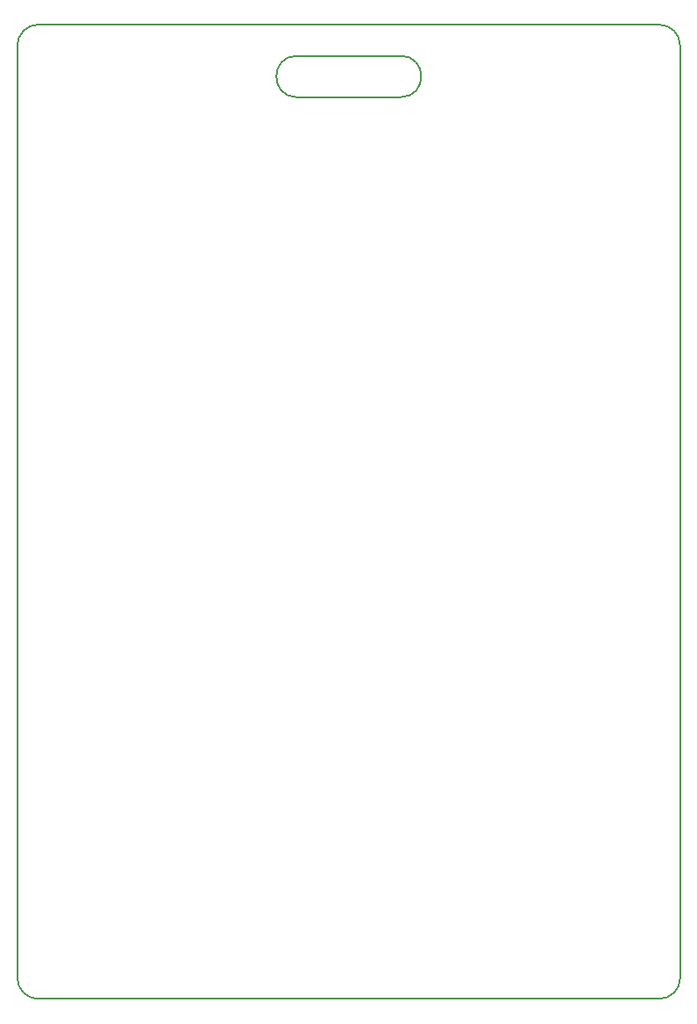
<source format=gm1>
G04 #@! TF.GenerationSoftware,KiCad,Pcbnew,5.1.2*
G04 #@! TF.CreationDate,2019-10-11T22:10:39-04:00*
G04 #@! TF.ProjectId,rochester_makerfaire,726f6368-6573-4746-9572-5f6d616b6572,rev?*
G04 #@! TF.SameCoordinates,Original*
G04 #@! TF.FileFunction,Profile,NP*
%FSLAX46Y46*%
G04 Gerber Fmt 4.6, Leading zero omitted, Abs format (unit mm)*
G04 Created by KiCad (PCBNEW 5.1.2) date 2019-10-11 22:10:39*
%MOMM*%
%LPD*%
G04 APERTURE LIST*
%ADD10C,0.150000*%
G04 APERTURE END LIST*
D10*
X87000000Y-51000000D02*
G75*
G02X87000000Y-55000000I0J-2000000D01*
G01*
X77000000Y-51000000D02*
X87000000Y-51000000D01*
X87000000Y-55000000D02*
X77000000Y-55000000D01*
X77000000Y-55000000D02*
G75*
G02X77000000Y-51000000I0J2000000D01*
G01*
X52000000Y-48000000D02*
X112000000Y-48000000D01*
X112000000Y-48000000D02*
G75*
G02X114000000Y-50000000I0J-2000000D01*
G01*
X50000000Y-50000000D02*
G75*
G02X52000000Y-48000000I2000000J0D01*
G01*
X114000000Y-50000000D02*
X114000000Y-140000000D01*
X114000000Y-140000000D02*
G75*
G02X112000000Y-142000000I-2000000J0D01*
G01*
X52000000Y-142000000D02*
X112000000Y-142000000D01*
X52000000Y-142000000D02*
G75*
G02X50000000Y-140000000I0J2000000D01*
G01*
X50000000Y-50000000D02*
X50000000Y-140000000D01*
M02*

</source>
